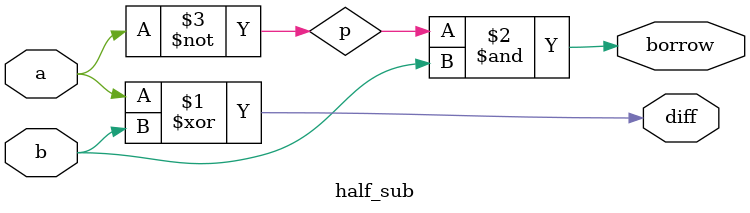
<source format=v>
module half_sub(a,b,diff,borrow);

//port direction
input a,b;//input port
output diff,borrow;//output port
wire p;

//gate level modeling
xor x1(diff,a,b);
not n1(p,a);
and a1(borrow,p,b);

//data flow level modeling
/* assign diff = a ^ b;
assign borrow = (~a) & b;
 */
endmodule
</source>
